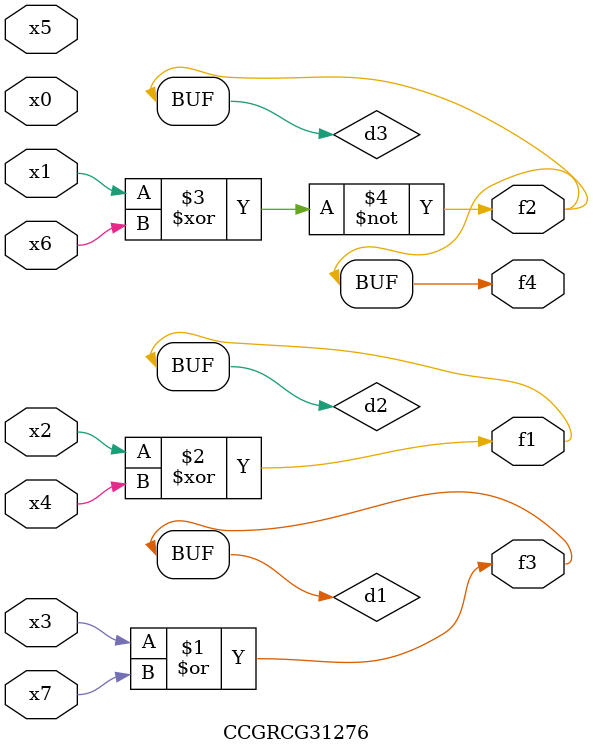
<source format=v>
module CCGRCG31276(
	input x0, x1, x2, x3, x4, x5, x6, x7,
	output f1, f2, f3, f4
);

	wire d1, d2, d3;

	or (d1, x3, x7);
	xor (d2, x2, x4);
	xnor (d3, x1, x6);
	assign f1 = d2;
	assign f2 = d3;
	assign f3 = d1;
	assign f4 = d3;
endmodule

</source>
